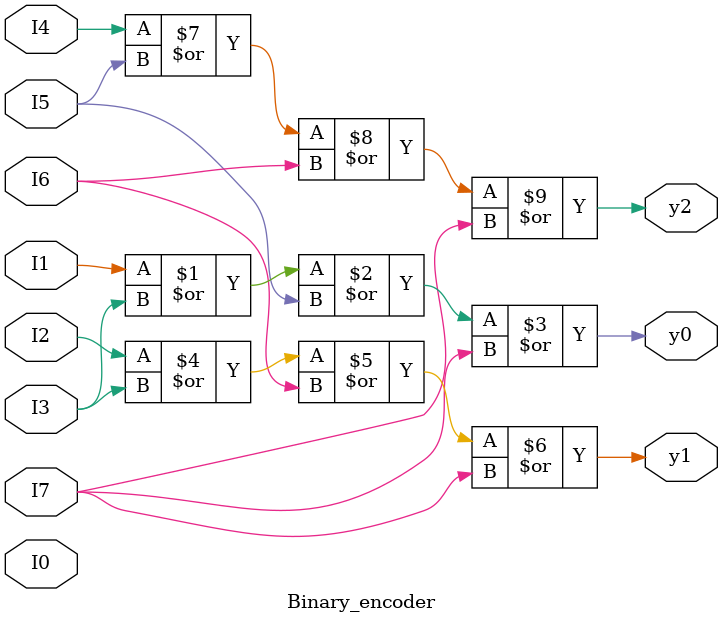
<source format=v>
module Binary_encoder(input I0,I1,I2,I3,I4,I5,I6,I7, output y0,y1,y2);

assign y0 = I1 | I3 | I5 | I7;
assign y1 = I2 | I3 | I6 | I7;
assign y2 = I4 | I5 | I6 | I7;

endmodule

</source>
